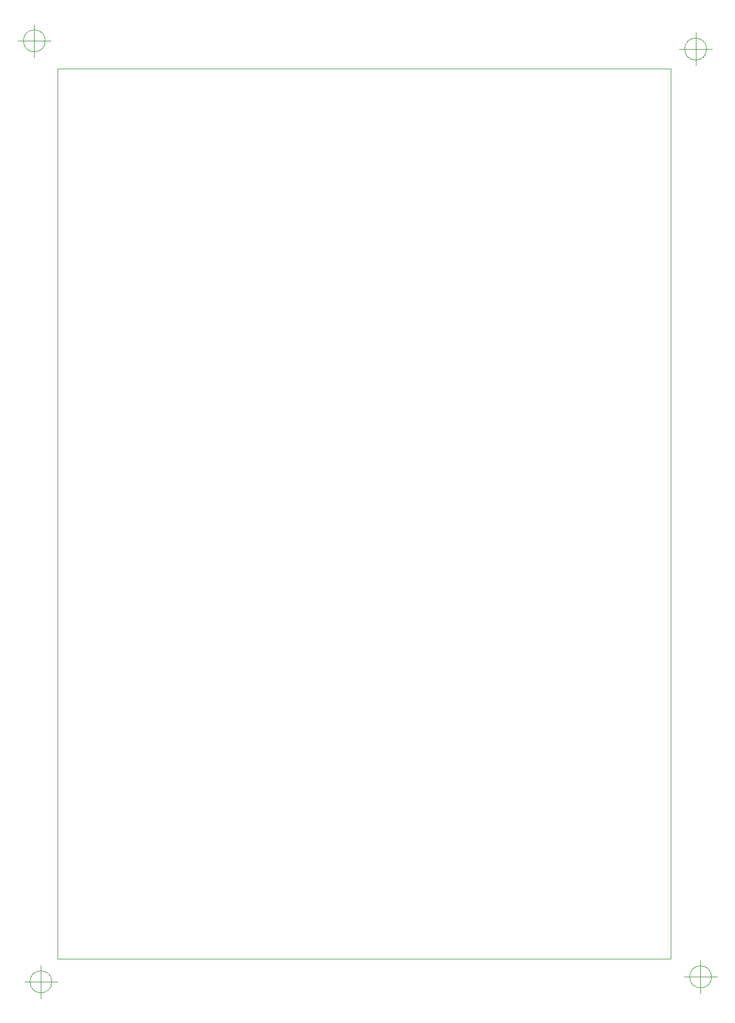
<source format=gbr>
G04 #@! TF.FileFunction,Profile,NP*
%FSLAX46Y46*%
G04 Gerber Fmt 4.6, Leading zero omitted, Abs format (unit mm)*
G04 Created by KiCad (PCBNEW 4.0.5) date 2018 March 06, Tuesday 18:40:41*
%MOMM*%
%LPD*%
G01*
G04 APERTURE LIST*
%ADD10C,0.100000*%
G04 APERTURE END LIST*
D10*
X22916666Y-173750000D02*
G75*
G03X22916666Y-173750000I-1666666J0D01*
G01*
X18750000Y-173750000D02*
X23750000Y-173750000D01*
X21250000Y-171250000D02*
X21250000Y-176250000D01*
X122916666Y-173000000D02*
G75*
G03X122916666Y-173000000I-1666666J0D01*
G01*
X118750000Y-173000000D02*
X123750000Y-173000000D01*
X121250000Y-170500000D02*
X121250000Y-175500000D01*
X122166666Y-32250000D02*
G75*
G03X122166666Y-32250000I-1666666J0D01*
G01*
X118000000Y-32250000D02*
X123000000Y-32250000D01*
X120500000Y-29750000D02*
X120500000Y-34750000D01*
X21916666Y-31000000D02*
G75*
G03X21916666Y-31000000I-1666666J0D01*
G01*
X17750000Y-31000000D02*
X22750000Y-31000000D01*
X20250000Y-28500000D02*
X20250000Y-33500000D01*
X116750000Y-35250000D02*
X103750000Y-35250000D01*
X116750000Y-170250000D02*
X103750000Y-170250000D01*
X116750000Y-35250000D02*
X116750000Y-170250000D01*
X23750000Y-35250000D02*
X103750000Y-35250000D01*
X23750000Y-170250000D02*
X23750000Y-35250000D01*
X103750000Y-170250000D02*
X23750000Y-170250000D01*
M02*

</source>
